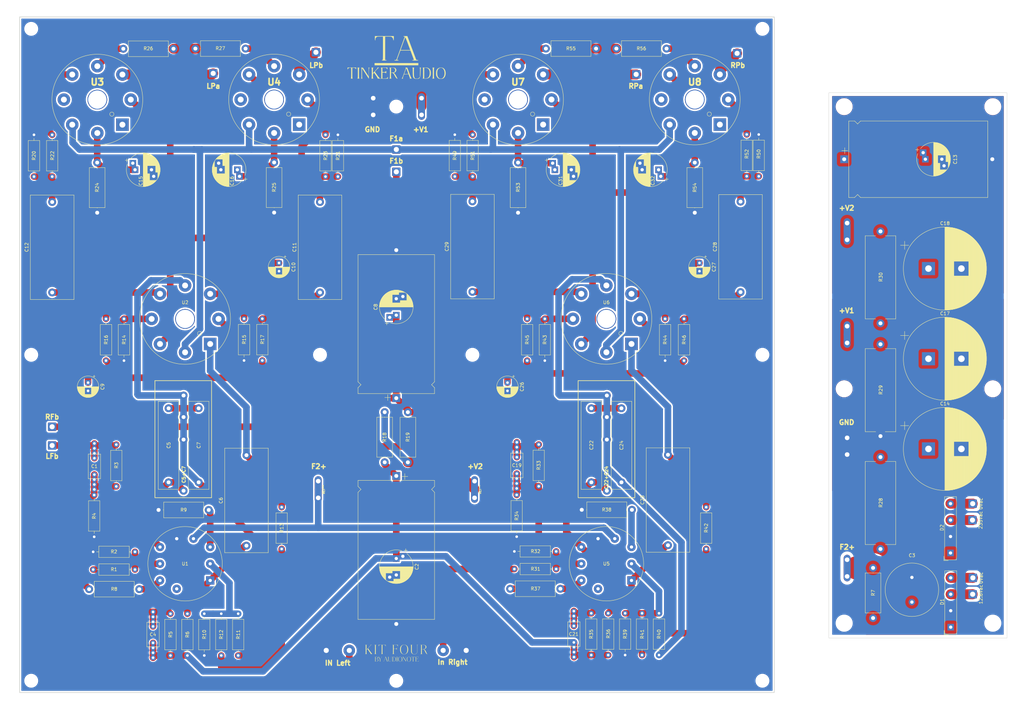
<source format=kicad_pcb>
(kicad_pcb (version 20211014) (generator pcbnew)
  (layers (0 "F.Cu" signal) (31 "B.Cu" signal) (34 "B.Paste" user) (35 "F.Paste" user) (36 "B.SilkS" user "B.Silkscreen") (37 "F.SilkS" user "F.Silkscreen") (38 "B.Mask" user) (39 "F.Mask" user) (44 "Edge.Cuts" user))
  (net 0 "")
  (net 1 "LFb")
  (net 2 "Net-(C1-Pad2)")
  (net 3 "+V3")
  (net 4 "+V4")
  (net 5 "Net-(C3-Pad1)")
  (net 6 "Net-(C4-Pad2)")
  (net 7 "Net-(C5-Pad2)")
  (net 8 "Net-(C6-Pad1)")
  (net 9 "Net-(C6-Pad2)")
  (net 10 "Net-(C7-Pad2)")
  (net 11 "GND")
  (net 12 "Net-(C9-Pad1)")
  (net 13 "Net-(C10-Pad1)")
  (net 14 "Net-(C11-Pad1)")
  (net 15 "Net-(C11-Pad2)")
  (net 16 "Net-(C12-Pad1)")
  (net 17 "Net-(C12-Pad2)")
  (net 18 "+V2")
  (net 19 "Net-(C14-Pad1)")
  (net 20 "Net-(C15-Pad1)")
  (net 21 "Net-(C16-Pad1)")
  (net 22 "+V1")
  (net 23 "RFb")
  (net 24 "Net-(C19-Pad2)")
  (net 25 "Net-(C21-Pad2)")
  (net 26 "Net-(C22-Pad2)")
  (net 27 "Net-(C23-Pad1)")
  (net 28 "Net-(C23-Pad2)")
  (net 29 "Net-(C24-Pad2)")
  (net 30 "Net-(C26-Pad1)")
  (net 31 "Net-(C27-Pad1)")
  (net 32 "Net-(C28-Pad1)")
  (net 33 "Net-(C28-Pad2)")
  (net 34 "Net-(C29-Pad1)")
  (net 35 "Net-(C29-Pad2)")
  (net 36 "Net-(C31-Pad1)")
  (net 37 "Net-(C32-Pad1)")
  (net 38 "Net-(D1-Pad4)")
  (net 39 "Net-(D1-Pad3)")
  (net 40 "Net-(D2-Pad4)")
  (net 41 "Net-(D2-Pad3)")
  (net 42 "F1a")
  (net 43 "F1b")
  (net 44 "LPa")
  (net 45 "LPb")
  (net 46 "RPa")
  (net 47 "RPb")
  (net 48 "Net-(R1-Pad1)")
  (net 49 "Net-(R1-Pad2)")
  (net 50 "F2+")
  (net 51 "Net-(R8-Pad2)")
  (net 52 "Net-(R9-Pad1)")
  (net 53 "Net-(R10-Pad1)")
  (net 54 "Net-(R12-Pad1)")
  (net 55 "Net-(R22-Pad2)")
  (net 56 "Net-(R23-Pad1)")
  (net 57 "Net-(R26-Pad1)")
  (net 58 "Net-(R27-Pad2)")
  (net 59 "Net-(R31-Pad1)")
  (net 60 "Net-(R31-Pad2)")
  (net 61 "Net-(R37-Pad2)")
  (net 62 "Net-(R38-Pad1)")
  (net 63 "Net-(R39-Pad1)")
  (net 64 "Net-(R41-Pad1)")
  (net 65 "Net-(R51-Pad2)")
  (net 66 "Net-(R52-Pad1)")
  (net 67 "Net-(R55-Pad1)")
  (net 68 "Net-(R56-Pad2)")
  (footprint "Resistor_THT:R_Axial_DIN0309_L9.0mm_D3.2mm_P12.70mm_Horizontal" (layer "F.Cu") (at 229.793149 215.29 -90)
    (fp_text reference "R35")
    (fp_text value "47K")
  )
  (footprint "MountingHole:MountingHole_3.2mm_M3" (layer "F.Cu") (at 281.78 235.8)
    (fp_text reference "REF**" hide)
    (fp_text value "MountingHole_3.2mm_M3")
  )
  (footprint "Resistor_THT:R_Axial_DIN0309_L9.0mm_D3.2mm_P12.70mm_Horizontal" (layer "F.Cu") (at 60.51 69.85 -90)
    (fp_text reference "R20")
    (fp_text value "270K")
  )
  (footprint "" (layer "F.Cu") (at 96.677205 228.79)
    (fp_text reference "6" hide)
    (fp_text value "")
  )
  (footprint "" (layer "F.Cu") (at 224.50059 216.131181)
    (fp_text reference "1" hide)
    (fp_text value "")
  )
  (footprint "Capacitor_THT:CP_Radial_D10.0mm_P5.00mm_P7.50mm" (layer "F.Cu") (at 91.201072 80.47)
    (fp_text reference "C15")
    (fp_text value "220uf")
  )
  (footprint "" (layer "F.Cu") (at 78.86 165.16)
    (fp_text reference "")
    (fp_text value "")
  )
  (footprint "MountingHole:MountingHole_3.2mm_M3" (layer "F.Cu") (at 193.684892 136.72)
    (fp_text reference "REF**" hide)
    (fp_text value "MountingHole_3.2mm_M3")
  )
  (footprint "Resistor_THT:R_Axial_Power_L25.0mm_W9.0mm_P27.94mm" (layer "F.Cu") (at 317.641524 127.141524 90)
    (fp_text reference "R30")
    (fp_text value "1K")
  )
  (footprint "Resistor_THT:R_Axial_DIN0414_L11.9mm_D4.5mm_P15.24mm_Horizontal" (layer "F.Cu") (at 207.55 93.53 90)
    (fp_text reference "R53")
    (fp_text value "560R")
  )
  (footprint "" (layer "F.Cu") (at 224.50059 217.631181)
    (fp_text reference "2" hide)
    (fp_text value "")
  )
  (footprint "Resistor_THT:R_Axial_DIN0414_L11.9mm_D4.5mm_P15.24mm_Horizontal" (layer "F.Cu") (at 205.16 207.84)
    (fp_text reference "R37")
    (fp_text value "2K2")
  )
  (footprint "" (layer "F.Cu") (at 78.86 166.66)
    (fp_text reference "")
    (fp_text value "")
  )
  (footprint "Resistor_THT:R_Axial_DIN0309_L9.0mm_D3.2mm_P12.70mm_Horizontal" (layer "F.Cu") (at 135.75 183.04 -90)
    (fp_text reference "R13")
    (fp_text value "22K")
  )
  (footprint "Resistor_THT:R_Axial_DIN0309_L9.0mm_D3.2mm_P12.70mm_Horizontal" (layer "F.Cu") (at 207.132957 192.006184 90)
    (fp_text reference "R34")
    (fp_text value "100R")
  )
  (footprint "Custom Library:Spade Conector 6.3mm TE_1217861" (layer "F.Cu") (at 178.237705 61.250441 90)
    (fp_text reference "REF**" hide)
    (fp_text value "CONN_8191_KEY" hide)
  )
  (footprint "Resistor_THT:R_Axial_DIN0414_L11.9mm_D4.5mm_P15.24mm_Horizontal" (layer "F.Cu") (at 87.64864 43.693914)
    (fp_text reference "R26")
    (fp_text value "100R")
  )
  (footprint "MountingHole:MountingHole_3.2mm_M3" (layer "F.Cu") (at 147.389381 136.72)
    (fp_text reference "REF**" hide)
    (fp_text value "MountingHole_3.2mm_M3")
  )
  (footprint "Capacitor_THT:C_Rect_L31.5mm_W13.0mm_P27.50mm_MKS4" (layer "F.Cu") (at 66.039337 117.774579 90)
    (fp_text reference "C12")
    (fp_text value "0.47uf")
  )
  (footprint "Capacitor_THT:C_Radial_D16.0mm_H31.5mm_P7.50mm" (layer "F.Cu") (at 327.184833 211.89 90)
    (fp_text reference "C3")
    (fp_text value "4700uf/16V")
  )
  (footprint "" (layer "F.Cu") (at 105.95 155.65)
    (fp_text reference "")
    (fp_text value "")
  )
  (footprint "Connector_Wire:SolderWire-0.75sqmm_1x01_D1.25mm_OD2.3mm" (layer "F.Cu") (at 66.02 158.590687)
    (fp_text reference "RFb")
    (fp_text value "TX2c")
  )
  (footprint "" (layer "F.Cu") (at 78.86 163.66)
    (fp_text reference "")
    (fp_text value "")
  )
  (footprint "Valve:Valve_Octal" (layer "F.Cu") (at 87.373555 66.766499)
    (fp_text reference "U3")
    (fp_text value "6V6")
  )
  (footprint "Capacitor_THT:CP_Radial_D25.0mm_P10.00mm_SnapIn" (layer "F.Cu") (at 332.217714 137.921524)
    (fp_text reference "C17")
    (fp_text value "220uf")
  )
  (footprint "MountingHole:MountingHole_3.2mm_M3" (layer "F.Cu") (at 306.61 218.3)
    (fp_text reference "REF**" hide)
    (fp_text value "MountingHole_3.2mm_M3")
  )
  (footprint "Connector_Wire:SolderWire-0.75sqmm_1x01_D1.25mm_OD2.3mm" (layer "F.Cu") (at 170.576 74.31)
    (fp_text reference "F1a")
    (fp_text value "6.3Vac ")
  )
  (footprint "Capacitor_THT:CP_Axial_L42.0mm_D23.0mm_P45.00mm_Horizontal" (layer "F.Cu") (at 170.56 149.9 90)
    (fp_text reference "REF**" hide)
    (fp_text value "CP_Axial_L42.0mm_D23.0mm_P45.00mm_Horizontal")
  )
  (footprint "Valve:Valve_Noval_P" (layer "F.Cu") (at 114.03 205.316894)
    (fp_text reference "U1")
    (fp_text value "ECC83")
  )
  (footprint "Resistor_THT:R_Axial_DIN0309_L9.0mm_D3.2mm_P12.70mm_Horizontal" (layer "F.Cu") (at 117.397441 228.12 90)
    (fp_text reference "R12")
    (fp_text value "270K")
  )
  (footprint "" (layer "F.Cu") (at 224.50059 214.631181)
    (fp_text reference "")
    (fp_text value "")
  )
  (footprint "" (layer "F.Cu") (at 224.55 227.1)
    (fp_text reference "3" hide)
    (fp_text value "")
  )
  (footprint "MountingHole:MountingHole_3.2mm_M3" (layer "F.Cu") (at 59.67 235.8)
    (fp_text reference "REF**" hide)
    (fp_text value "MountingHole_3.2mm_M3")
  )
  (footprint "Resistor_THT:R_Axial_DIN0414_L11.9mm_D4.5mm_P15.24mm_Horizontal" (layer "F.Cu") (at 109.540096 43.643914)
    (fp_text reference "R27")
    (fp_text value "100R")
  )
  (footprint "Resistor_THT:R_Axial_DIN0309_L9.0mm_D3.2mm_P12.70mm_Horizontal" (layer "F.Cu") (at 85.51 176.72 90)
    (fp_text reference "R3")
    (fp_text value "6k8")
  )
  (footprint "Resistor_THT:R_Axial_DIN0309_L9.0mm_D3.2mm_P12.70mm_Horizontal" (layer "F.Cu") (at 152.83 82.55 90)
    (fp_text reference "R21")
    (fp_text value "270K")
  )
  (footprint "Connector_Wire:SolderWire-0.75sqmm_1x01_D1.25mm_OD2.3mm" (layer "F.Cu") (at 170.576 81.101867)
    (fp_text reference "F1b")
    (fp_text value "0Vac ")
  )
  (footprint "Resistor_THT:R_Axial_DIN0309_L9.0mm_D3.2mm_P12.70mm_Horizontal" (layer "F.Cu") (at 87.85 125.79 -90)
    (fp_text reference "R14")
    (fp_text value "1K")
  )
  (footprint "" (layer "F.Cu") (at 96.677205 216.379483)
    (fp_text reference "7" hide)
    (fp_text value "")
  )
  (footprint "Resistor_THT:R_Axial_DIN0309_L9.0mm_D3.2mm_P12.70mm_Horizontal" (layer "F.Cu") (at 66.04 82.55 90)
    (fp_text reference "R22")
    (fp_text value "4K7")
  )
  (footprint "MountingHole:MountingHole_3.2mm_M3" (layer "F.Cu") (at 59.67 136.72)
    (fp_text reference "REF**" hide)
    (fp_text value "MountingHole_3.2mm_M3")
  )
  (footprint "Connector_Wire:SolderWire-0.75sqmm_1x01_D1.25mm_OD2.3mm" (layer "F.Cu") (at 274.091039 45.08)
    (fp_text reference "J12" hide)
    (fp_text value "TX2b")
  )
  (footprint "Connector_Wire:SolderWire-0.75sqmm_1x01_D1.25mm_OD2.3mm" (layer "F.Cu") (at 114.948544 51.17)
    (fp_text reference "J9" hide)
    (fp_text value "TX1a")
  )
  (footprint "Resistor_THT:R_Axial_DIN0309_L9.0mm_D3.2mm_P12.70mm_Horizontal" (layer "F.Cu") (at 78.801979 192.046184 90)
    (fp_text reference "R4")
    (fp_text value "100R")
  )
  (footprint "Custom Library:Spade Conector 6.3mm TE_1217861" (layer "F.Cu") (at 194.34 177.66 -90)
    (fp_text reference "REF**")
    (fp_text value "CONN_8191_KEY" hide)
  )
  (footprint "Capacitor_THT:C_Rect_L7.2mm_W3.5mm_P5.00mm_FKS2_FKP2_MKS2_MKP2" (layer "F.Cu") (at 78.86 168.14 -90)
    (fp_text reference "C1")
    (fp_text value "560pf")
  )
  (footprint "Resistor_THT:R_Axial_DIN0414_L11.9mm_D4.5mm_P15.24mm_Horizontal" (layer "F.Cu") (at 79.710555 93.53 90)
    (fp_text reference "R24")
    (fp_text value "560R")
  )
  (footprint "" (layer "F.Cu") (at 234.520212 155.65)
    (fp_text reference "")
    (fp_text value "")
  )
  (footprint "Valve:Valve_Octal" (layer "F.Cu") (at 141.071899 66.75)
    (fp_text reference "U4")
    (fp_text value "6V6")
  )
  (footprint "Connector_Wire:SolderWire-0.75sqmm_1x01_D1.25mm_OD2.3mm" (layer "F.Cu") (at 345.58 186.96 90)
    (fp_text reference "J4" hide)
    (fp_text value "235Vac")
  )
  (footprint "Resistor_THT:R_Axial_DIN0309_L9.0mm_D3.2mm_P12.70mm_Horizontal" (layer "F.Cu") (at 206.43 196.488141)
    (fp_text reference "R32")
    (fp_text value "270K")
  )
  (footprint "Capacitor_THT:CP_Radial_D10.0mm_P5.00mm_P7.50mm" (layer "F.Cu") (at 218.728198 80.47)
    (fp_text reference "C31")
    (fp_text value "220uf")
  )
  (footprint "Resistor_THT:R_Axial_DIN0309_L9.0mm_D3.2mm_P12.70mm_Horizontal" (layer "F.Cu") (at 280.664958 82.46 90)
    (fp_text reference "R50")
    (fp_text value "270K")
  )
  (footprint "Custom Library:Spade Conector 6.3mm TE_1217861" (layer "F.Cu") (at 307.512562 130.562728 90)
    (fp_text reference "REF**" hide)
    (fp_text value "CONN_8191_KEY" hide)
  )
  (footprint "Resistor_THT:R_Axial_DIN0414_L11.9mm_D4.5mm_P15.24mm_Horizontal" (layer "F.Cu") (at 242.140212 183.84 180)
    (fp_text reference "R38")
    (fp_text value "2K2")
  )
  (footprint "Resistor_THT:R_Axial_DIN0309_L9.0mm_D3.2mm_P12.70mm_Horizontal" (layer "F.Cu") (at 210.32 125.79 -90)
    (fp_text reference "R45")
    (fp_text value "47K")
  )
  (footprint "Resistor_THT:R_Axial_DIN0414_L11.9mm_D4.5mm_P15.24mm_Horizontal" (layer "F.Cu") (at 113.59 183.88 180)
    (fp_text reference "R9")
    (fp_text value "2K2")
  )
  (footprint "Resistor_THT:R_Axial_DIN0309_L9.0mm_D3.2mm_P12.70mm_Horizontal" (layer "F.Cu") (at 257.962382 138.49 90)
    (fp_text reference "R46")
    (fp_text value "47K")
  )
  (footprint "Resistor_THT:R_Axial_DIN0309_L9.0mm_D3.2mm_P12.70mm_Horizontal" (layer "F.Cu") (at 124.317802 138.45 90)
    (fp_text reference "R15")
    (fp_text value "1K")
  )
  (footprint "Capacitor_THT:CP_Radial_D10.0mm_P5.00mm_P7.50mm" (layer "F.Cu") (at 122.275052 80.47 180)
    (fp_text reference "C16")
    (fp_text value "220uf")
  )
  (footprint "" (layer "F.Cu") (at 105.95 162.49)
    (fp_text reference "")
    (fp_text value "")
  )
  (footprint "Capacitor_THT:CP_Radial_D10.0mm_P5.00mm_P7.50mm" (layer "F.Cu") (at 170.56 124.6704 90)
    (fp_text reference "C8")
    (fp_text value "33uf")
  )
  (footprint "MountingHole:MountingHole_3.2mm_M3" (layer "F.Cu") (at 170.56 235.82)
    (fp_text reference "REF**" hide)
    (fp_text value "MountingHole_3.2mm_M3")
  )
  (footprint "Resistor_THT:R_Axial_DIN0309_L9.0mm_D3.2mm_P12.70mm_Horizontal" (layer "F.Cu") (at 234.935708 227.99 90)
    (fp_text reference "R36")
    (fp_text value "47K")
  )
  (footprint "Capacitor_THT:C_Rect_L26.5mm_W6.0mm_P22.50mm_MKS4" (layer "F.Cu") (at 229.818408 175.48 90)
    (fp_text reference "C22")
    (fp_text value "0.1uf")
  )
  (footprint "Capacitor_THT:CP_Radial_D10.0mm_P5.00mm_P7.50mm" (layer "F.Cu") (at 250.242861 80.47 180)
    (fp_text reference "C32")
    (fp_text value "220uf")
  )
  (footprint "Resistor_THT:R_Axial_DIN0309_L9.0mm_D3.2mm_P12.70mm_Horizontal" (layer "F.Cu") (at 213.83 176.69 90)
    (fp_text reference "R33")
    (fp_text value "6k8")
  )
  (footprint "Resistor_THT:R_Axial_DIN0309_L9.0mm_D3.2mm_P12.70mm_Horizontal" (layer "F.Cu") (at 112.24 215.42 -90)
    (fp_text reference "R10")
    (fp_text value "270K")
  )
  (footprint "" (layer "F.Cu") (at 234.520212 149.09)
    (fp_text reference "")
    (fp_text value "")
  )
  (footprint "" (layer "F.Cu") (at 207.18 163.31)
    (fp_text reference "")
    (fp_text value "")
  )
  (footprint "Capacitor_THT:CP_Radial_D6.3mm_P2.50mm" (layer "F.Cu") (at 204.339529 145.178551 -90)
    (fp_text reference "C26")
    (fp_text value "100uf")
  )
  (footprint "Resistor_THT:R_Axial_DIN0414_L11.9mm_D4.5mm_P15.24mm_Horizontal" (layer "F.Cu") (at 237.416753 43.643914)
    (fp_text reference "R56")
    (fp_text value "100R")
  )
  (footprint "Connector_Wire:SolderWire-0.75sqmm_1x01_D1.25mm_OD2.3mm" (layer "F.Cu") (at 66.02 164.290687 -90)
    (fp_text reference "LFb")
    (fp_text value "TX1c")
  )
  (footprint "MountingHole:MountingHole_3.2mm_M3" (layer "F.Cu") (at 281.78 136.72)
    (fp_text reference "REF**" hide)
    (fp_text value "MountingHole_3.2mm_M3")
  )
  (footprint "Resistor_THT:R_Axial_DIN0309_L9.0mm_D3.2mm_P12.70mm_Horizontal" (layer "F.Cu") (at 78.49 196.612166)
    (fp_text reference "R2")
    (fp_text value "270K")
  )
  (footprint "" (layer "F.Cu") (at 224.55 228.6)
    (fp_text reference "4" hide)
    (fp_text value "")
  )
  (footprint "Capacitor_THT:C_Rect_L7.2mm_W3.5mm_P5.00mm_FKS2_FKP2_MKS2_MKP2" (layer "F.Cu") (at 96.677205 224.28 90)
    (fp_text reference "C4")
    (fp_text value "820pf")
  )
  (footprint "Diode_THT:Diode_Bridge_19.0x3.5x10.0mm_P5.0mm" (layer "F.Cu") (at 338.974833 219.51 90)
    (fp_text reference "D1")
    (fp_text value "Bridge")
  )
  (footprint "Capacitor_THT:CP_Radial_D10.0mm_P5.00mm_P7.50mm" (layer "F.Cu") (at 331.277323 77.27)
    (fp_text reference "C13")
    (fp_text value "33uf")
  )
  (footprint "" (layer "F.Cu") (at 96.677205 227.29)
    (fp_text reference "5" hide)
    (fp_text value "")
  )
  (footprint "Capacitor_THT:CP_Radial_D10.0mm_P5.00mm_P7.50mm" (layer "F.Cu") (at 170.56 198.635757 -90)
    (fp_text reference "C2")
    (fp_text value "33uf")
  )
  (footprint "Resistor_THT:R_Axial_DIN0309_L9.0mm_D3.2mm_P12.70mm_Horizontal" (layer "F.Cu") (at 245.220826 227.99 90)
    (fp_text reference "R41")
    (fp_text value "270K")
  )
  (footprint "" (layer "F.Cu") (at 224.55 225.6)
    (fp_text reference "")
    (fp_text value "")
  )
  (footprint "Resistor_THT:R_Axial_DIN0414_L11.9mm_D4.5mm_P15.24mm_Horizontal" (layer "F.Cu") (at 261.23 93.53 90)
    (fp_text reference "R54")
    (fp_text value "560R")
  )
  (footprint "Capacitor_THT:CP_Radial_D25.0mm_P10.00mm_SnapIn" (layer "F.Cu") (at 332.217714 165.331524)
    (fp_text reference "C14")
    (fp_text value "220uf")
  )
  (footprint "Capacitor_THT:C_Rect_L31.5mm_W13.0mm_P27.50mm_MKS4" (layer "F.Cu") (at 147.389381 117.774579 90)
    (fp_text reference "C11")
    (fp_text value "0.47uf")
  )
  (footprint "" (layer "F.Cu") (at 234.520212 162.49)
    (fp_text reference "")
    (fp_text value "")
  )
  (footprint "MountingHole:MountingHole_3.2mm_M3" (layer "F.Cu") (at 306.61 61.29)
    (fp_text reference "REF**" hide)
    (fp_text value "MountingHole_3.2mm_M3")
  )
  (footprint "Valve:Valve_Noval_P" (layer "F.Cu") (at 242.008408 205.306894)
    (fp_text reference "U5")
    (fp_text value "ECC83")
  )
  (footprint "" (layer "F.Cu") (at 96.677205 214.879483)
    (fp_text reference "")
    (fp_text value "")
  )
  (footprint "Custom Library:Spade Conector 6.3mm TE_1217861" (layer "F.Cu") (at 307.512562 99.217528 90)
    (fp_text reference "REF**" hide)
    (fp_text value "CONN_8191_KEY" hide)
  )
  (footprint "Resistor_THT:R_Axial_DIN0309_L9.0mm_D3.2mm_P12.70mm_Horizontal" (layer "F.Cu") (at 240.078267 215.29 -90)
    (fp_text reference "R39")
    (fp_text value "270K")
  )
  (footprint "Capacitor_THT:C_Rect_L31.5mm_W13.0mm_P27.50mm_MKS4" (layer "F.Cu") (at 275.134737 117.66 90)
    (fp_text reference "C28")
    (fp_text value "0.47uf")
  )
  (footprint "Resistor_THT:R_Axial_DIN0414_L11.9mm_D4.5mm_P15.24mm_Horizontal" (layer "F.Cu") (at 216.009124 43.643914)
    (fp_text reference "R55")
    (fp_text value "100R")
  )
  (footprint "Resistor_THT:R_Axial_DIN0414_L11.9mm_D4.5mm_P15.24mm_Horizontal" (layer "F.Cu") (at 315.391524 216.741524 90)
    (fp_text reference "R7")
    (fp_text value "1R/2.5W")
  )
  (footprint "Resistor_THT:R_Axial_DIN0309_L9.0mm_D3.2mm_P12.70mm_Horizontal" (layer "F.Cu") (at 252.222382 138.49 90)
    (fp_text reference "R44")
    (fp_text value "1K")
  )
  (footprint "Diode_THT:Diode_Bridge_19.0x3.5x10.0mm_P5.0mm" (layer "F.Cu") (at 338.915399 196.961524 90)
    (fp_text reference "D2")
    (fp_text value "Bridge")
  )
  (footprint "" (layer "F.Cu") (at 207.14 174.34)
    (fp_text reference "")
    (fp_text value "")
  )
  (footprint "Capacitor_THT:C_Rect_L26.5mm_W6.0mm_P22.50mm_MKS4" (layer "F.Cu") (at 101.4 175.48 90)
    (fp_text reference "C5")
    (fp_text value "0.1uf")
  )
  (footprint "Valve:Valve_Octal" (layer "F.Cu") (at 215.17 66.74)
    (fp_text reference "U7")
    (fp_text value "6V6")
  )
  (footprint "" (layer "F.Cu") (at 78.84 174.65)
    (fp_text reference "")
    (fp_text value "")
  )
  (footprint "Connector_Wire:SolderWire-0.75sqmm_1x01_D1.25mm_OD2.3mm" (layer "F.Cu") (at 345.709434 204.518476 90)
    (fp_text reference "J3" hide)
    (fp_text value "0Vac")
  )
  (footprint "" (layer "F.Cu") (at 78.84 176.15)
    (fp_text reference "9" hide)
    (fp_text value "")
  )
  (footprint "Capacitor_THT:CP_Radial_D6.3mm_P2.50mm" (layer "F.Cu") (at 134.945847 108.803959 -90)
    (fp_text reference "C10")
    (fp_text value "100uf")
  )
  (footprint "" (layer "F.Cu") (at 96.677205 225.79)
    (fp_text reference "")
    (fp_text value "")
  )
  (footprint "Capacitor_THT:CP_Radial_D25.0mm_P10.00mm_SnapIn" (layer "F.Cu") (at 332.217714 110.511524)
    (fp_text reference "C18")
    (fp_text value "220uf")
  )
  (footprint "" (layer "F.Cu") (at 207.14 177.34)
    (fp_text reference "")
    (fp_text value "")
  )
  (footprint "Connector_Wire:SolderWire-0.75sqmm_1x01_D1.25mm_OD2.3mm" (layer "F.Cu") (at 345.639434 209.508476 90)
    (fp_text reference "J2" hide)
    (fp_text value "12.6Vac")
  )
  (footprint "MountingHole:MountingHole_3.2mm_M3" (layer "F.Cu") (at 351.76 147.06)
    (fp_text reference "REF**" hide)
    (fp_text value "MountingHole_3.2mm_M3")
  )
  (footprint "Capacitor_THT:C_Rect_L26.5mm_W6.0mm_P22.50mm_MKS4" (layer "F.Cu") (at 110.54 152.98 -90)
    (fp_text reference "C7")
    (fp_text value "0.1uf")
  )
  (footprint "Capacitor_THT:C_Rect_L31.5mm_W13.0mm_P27.50mm_MKS4" (layer "F.Cu") (at 193.684892 117.58 90)
    (fp_text reference "C29")
    (fp_text value "0.47uf")
  )
  (footprint "Resistor_THT:R_Axial_DIN0309_L9.0mm_D3.2mm_P12.70mm_Horizontal" (layer "F.Cu") (at 129.87 138.45 90)
    (fp_text reference "R17")
    (fp_text value "47K")
  )
  (footprint "Resistor_THT:R_Axial_Power_L25.0mm_W9.0mm_P27.94mm" (layer "F.Cu") (at 317.641524 161.446018 90)
    (fp_text reference "R29")
    (fp_text value "470K")
  )
  (footprint "Connector_Wire:SolderWire-0.75sqmm_1x01_D1.25mm_OD2.3mm" (layer "F.Cu") (at 146.151135 44.76)
    (fp_text reference "J10" hide)
    (fp_text value "TX1b")
  )
  (footprint "Capacitor_THT:C_Rect_L7.2mm_W3.5mm_P5.00mm_FKS2_FKP2_MKS2_MKP2" (layer "F.Cu") (at 224.50059 224.14 90)
    (fp_text reference "C21")
    (fp_text value "820pf")
  )
  (footprint "MountingHole:MountingHole_3.2mm_M3" (layer "F.Cu") (at 170.56 61.27)
    (fp_text reference "REF**" hide)
    (fp_text value "MountingHole_3.2mm_M3")
  )
  (footprint "Capacitor_THT:CP_Axial_L42.0mm_D23.0mm_P45.00mm_Horizontal" (layer "F.Cu") (at 170.56 173.54 -90)
    (fp_text reference "REF**" hide)
    (fp_text value "CP_Axial_L42.0mm_D23.0mm_P45.00mm_Horizontal")
  )
  (footprint "Resistor_THT:R_Axial_DIN0309_L9.0mm_D3.2mm_P12.70mm_Horizontal" (layer "F.Cu") (at 193.758643 82.52 90)
    (fp_text reference "R51")
    (fp_text value "4K7")
  )
  (footprint "Capacitor_THT:CP_Radial_D6.3mm_P2.50mm" (layer "F.Cu") (at 76.936617 145.178551 -90)
    (fp_text reference "C9")
    (fp_text value "100uf")
  )
  (footprint "MountingHole:MountingHole_3.2mm_M3" (layer "F.Cu") (at 351.76 218.3)
    (fp_text reference "REF**" hide)
    (fp_text value "MountingHole_3.2mm_M3")
  )
  (footprint "Custom Library:Kit 4 Silk" (layer "F.Cu") (at 170.64 227.064851)
    (fp_text reference "G***" hide)
    (fp_text value "LOGO" hide)
  )
  (footprint "Resistor_THT:R_Axial_DIN0309_L9.0mm_D3.2mm_P12.70mm_Horizontal" (layer "F.Cu") (at 206.43 201.83907)
    (fp_text reference "R31")
    (fp_text value "4K7")
  )
  (footprint "" (layer "F.Cu") (at 207.14 175.84)
    (fp_text reference "")
    (fp_text value "")
  )
  (footprint "Resistor_THT:R_Axial_DIN0414_L11.9mm_D4.5mm_P15.24mm_Horizontal" (layer "F.Cu") (at 174.08 169.400163 90)
    (fp_text reference "R19")
    (fp_text value "2K2")
  )
  (footprint "Connector_Wire:SolderWire-0.75sqmm_1x01_D1.25mm_OD2.3mm" (layer "F.Cu") (at 243.429904 51.47)
    (fp_text reference "J11" hide)
    (fp_text value "TX2a")
  )
  (footprint "Capacitor_THT:C_Rect_L31.5mm_W13.0mm_P27.50mm_MKS4" (layer "F.Cu") (at 125.05 194.74 90)
    (fp_text reference "C6")
    (fp_text value "0.47uf")
  )
  (footprint "" (layer "F.Cu") (at 78.84 177.65)
    (fp_text reference "10" hide)
    (fp_text value "")
  )
  (footprint "Custom Library:Spade Conector 6.3mm TE_1217861" (layer "F.Cu") (at 307.512562 164.502728 90)
    (fp_text reference "REF**" hide)
    (fp_text value "CONN_8191_KEY" hide)
  )
  (footprint "Connector_Wire:SolderWire-0.75sqmm_1x02_P7mm_D1.25mm_OD3.5mm" (layer "F.Cu") (at 191.8 226.57993 180)
    (fp_text reference "In Right ")
    (fp_text value "In_Right")
  )
  (footprint "Custom Library:Tinker LOGO  3mm" (layer "F.Cu") (at 170.66 46.35)
    (fp_text reference "G***" hide)
    (fp_text value "LOGO" hide)
  )
  (footprint "Custom Library:Spade Conector 6.3mm TE_1217861" (layer "F.Cu") (at 163.552144 61.250441 90)
    (fp_text reference "REF**" hide)
    (fp_text value "CONN_8191_KEY" hide)
  )
  (footprint "Resistor_THT:R_Axial_DIN0309_L9.0mm_D3.2mm_P12.70mm_Horizontal" (layer "F.Cu") (at 101.969764 215.43 -90)
    (fp_text reference "R5")
    (fp_text value "47K")
  )
  (footprint "Custom Library:Spade Conector 6.3mm TE_1217861" (layer "F.Cu") (at 307.51 201.546069 90)
    (fp_text reference "REF**" hide)
    (fp_text value "CONN_8191_KEY" hide)
  )
  (footprint "Valve:Valve_Octal" (layer "F.Cu") (at 268.85 66.74)
    (fp_text reference "U8")
    (fp_text value "6V6")
  )
  (footprint "" (layer "F.Cu") (at 207.18 166.31)
    (fp_text reference "")
    (fp_text value "")
  )
  (footprint "Resistor_THT:R_Axial_DIN0309_L9.0mm_D3.2mm_P12.70mm_Horizontal" (layer "F.Cu") (at 82.384758 125.789615 -90)
    (fp_text reference "R16")
    (fp_text value "47K")
  )
  (footprint "Capacitor_THT:C_Rect_L26.5mm_W6.0mm_P22.50mm_MKS4" (layer "F.Cu") (at 238.958408 152.98 -90)
    (fp_text reference "C24")
    (fp_text value "0.1uf")
  )
  (footprint "MountingHole:MountingHole_3.2mm_M3" (layer "F.Cu") (at 351.76 61.29)
    (fp_text reference "REF**" hide)
    (fp_text value "MountingHole_3.2mm_M3")
  )
  (footprint "" (layer "F.Cu") (at 96.677205 217.879483)
    (fp_text reference "8" hide)
    (fp_text value "")
  )
  (footprint "Resistor_THT:R_Axial_DIN0309_L9.0mm_D3.2mm_P12.70mm_Horizontal" (layer "F.Cu") (at 264.7 183.04 -90)
    (fp_text reference "R42")
    (fp_text value "22K")
  )
  (footprint "Valve:Valve_Octal" (layer "F.Cu") (at 114.03 133.428979)
    (fp_text reference "U2")
    (fp_text value "6SN7")
  )
  (footprint "Resistor_THT:R_Axial_DIN0309_L9.0mm_D3.2mm_P12.70mm_Horizontal" (layer "F.Cu") (at 277.010035 69.74 -90)
    (fp_text reference "R52")
    (fp_text value "4K7")
  )
  (footprint "" (layer "F.Cu") (at 207.18 164.81)
    (fp_text reference "")
    (fp_text value "")
  )
  (footprint "Resistor_THT:R_Axial_DIN0309_L9.0mm_D3.2mm_P12.70mm_Horizontal" (layer "F.Cu") (at 188.342004 69.82 -90)
    (fp_text reference "R49")
    (fp_text value "270K")
  )
  (footprint "" (layer "F.Cu") (at 105.95 178.04)
    (fp_text reference "")
    (fp_text value "")
  )
  (footprint "Resistor_THT:R_Axial_DIN0309_L9.0mm_D3.2mm_P12.70mm_Horizontal" (layer "F.Cu") (at 78.49 202.002975)
    (fp_text reference "R1")
    (fp_text value "4K7")
  )
  (footprint "Resistor_THT:R_Axial_DIN0309_L9.0mm_D3.2mm_P12.70mm_Horizontal" (layer "F.Cu") (at 215.68 125.79 -90)
    (fp_text reference "R43")
    (fp_text value "1K")
  )
  (footprint "Valve:Valve_Octal" (layer "F.Cu") (at 242.008408 133.418979)
    (fp_text reference "U6")
    (fp_text value "6SN7")
  )
  (footprint "Resistor_THT:R_Axial_DIN0414_L11.9mm_D4.5mm_P15.24mm_Horizontal" (layer "F.Cu") (at 77.26 207.964025)
    (fp_text reference "R8")
    (fp_text value "2K2")
  )
  (footprint "Resistor_THT:R_Axial_DIN0309_L9.0mm_D3.2mm_P12.70mm_Horizontal" (layer "F.Cu") (at 122.54 215.42 -90)
    (fp_text reference "R11")
    (fp_text value "220K")
  )
  (footprint "Capacitor_THT:CP_Radial_D6.3mm_P2.50mm" (layer "F.Cu") (at 262.66 108.803959 -90)
    (fp_text reference "C27")
    (fp_text value "100uf")
  )
  (footprint "MountingHole:MountingHole_3.2mm_M3" (layer "F.Cu") (at 306.61 147.06)
    (fp_text reference "REF**" hide)
    (fp_text value "MountingHole_3.2mm_M3")
  )
  (footprint "Connector_Wire:SolderWire-0.75sqmm_1x01_D1.25mm_OD2.3mm" (layer "F.Cu") (at 345.65 181.97 90)
    (fp_text reference "J5" hide)
    (fp_text value "0Vac")
  )
  (footprint "" (layer "F.Cu") (at 105.95 149.09)
    (fp_text reference "")
    (fp_text value "")
  )
  (footprint "Resistor_THT:R_Axial_DIN0414_L11.9mm_D4.5mm_P15.24mm_Horizontal" (layer "F.Cu") (at 167.04 154.15 -90)
    (fp_text reference "R18")
    (fp_text value "2K2")
  )
  (footprint "Resistor_THT:R_Axial_DIN0309_L9.0mm_D3.2mm_P12.70mm_Horizontal" (layer "F.Cu") (at 250.363385 215.29 -90)
    (fp_text reference "R40")
    (fp_text value "220K")
  )
  (footprint "Resistor_THT:R_Axial_DIN0309_L9.0mm_D3.2mm_P12.70mm_Horizontal" (layer "F.Cu") (at 149.065427 69.85 -90)
    (fp_text reference "R23")
    (fp_text value "4K7")
  )
  (footprint "Resistor_THT:R_Axial_Power_L25.0mm_W9.0mm_P27.94mm" (layer "F.Cu") (at 317.641524 195.750512 90)
    (fp_text reference "R28")
    (fp_text value "47R")
  )
  (footprint "MountingHole:MountingHole_3.2mm_M3" (layer "F.Cu") (at 59.67 37.64)
    (fp_text reference "REF**" hide)
    (fp_text value "MountingHole_3.2mm_M3")
  )
  (footprint "Connector_Wire:SolderWire-0.75sqmm_1x02_P7mm_D1.25mm_OD3.5mm" (layer "F.Cu") (at 149.29 226.57993)
    (fp_text reference "IN Left")
    (fp_text value "In_Left")
  )
  (footprint "Resistor_THT:R_Axial_DIN0414_L11.9mm_D4.5mm_P15.24mm_Horizontal" (layer "F.Cu") (at 133.461986 93.49 90)
    (fp_text reference "R25")
    (fp_text value "560R")
  )
  (footprint "Resistor_THT:R_Axial_DIN0309_L9.0mm_D3.2mm_P12.70mm_Horizontal" (layer "F.Cu") (at 107.112323 228.13 90)
    (fp_text reference "R6")
    (fp_text value "47K")
  )
  (footprint "Capacitor_THT:C_Rect_L31.5mm_W13.0mm_P27.50mm_MKS4" (layer "F.Cu") (at 253.09 194.61 90)
    (fp_text reference "C23")
    (fp_text value "0.47uf")
  )
  (footprint "" (layer "F.Cu") (at 234.520212 178.04)
    (fp_text reference "")
    (fp_text value "")
  )
  (footprint "Capacitor_THT:CP_Axial_L42.0mm_D23.0mm_P45.00mm_Horizontal" (layer "F.Cu") (at 306.609775 77.27)
    (fp_text reference "REF**" hide)
    (fp_text value "CP_Axial_L42.0mm_D23.0mm_P45.00mm_Horizontal")
  )
  (footprint "Capacitor_THT:C_Rect_L7.2mm_W3.5mm_P5.00mm_FKS2_FKP2_MKS2_MKP2" (layer "F.Cu") (at 207.18 167.84 -90)
    (fp_text reference "C19")
    (fp_text value "560pf")
  )
  (footprint "Custom Library:Spade Conector 6.3mm TE_1217861" (layer "F.Cu") (at 146.85 177.66 -90)
    (fp_text reference "REF**")
    (fp_text value "CONN_8191_KEY" hide)
  )
  (footprint "MountingHole:MountingHole_3.2mm_M3" (layer "F.Cu") (at 281.78 37.64)
    (fp_text reference "REF**" hide)
    (fp_text value "MountingHole_3.2mm_M3")
  )
  (gr_rect locked (start 243.02 180.16) (end 225.81 144.57) (layer "F.SilkS") (width 0.2) (fill none))
  (gr_rect (start 114.449788 180.16) (end 97.239788 144.57) (layer "F.SilkS") (width 0.2) (fill none))
  (gr_rect (start 356.08 222.82) (end 301.96 57.07) (layer "Edge.Cuts") (width 0.1) (fill none))
  (gr_rect (start 285.38 239.38) (end 56.15 34.02) (layer "Edge.Cuts") (width 0.2) (fill none))
  (gr_text "F2+\n" (at 307.53 195.155803) (layer "F.SilkS") (effects (font (size 1.5 1.5) (thickness 0.375))))
  (gr_text "GND" (at 163.314439 68.238798) (layer "F.SilkS") (effects (font (size 1.5 1.5) (thickness 0.375))))
  (gr_text "GND\n" (at 307.35 157.261606) (layer "F.SilkS") (effects (font (size 1.5 1.5) (thickness 0.375))))
  (gr_text "RPb\n" (at 274.29 48.73) (layer "F.SilkS") (effects (font (size 1.5 1.5) (thickness 0.375))))
  (gr_text "LPa" (at 115 55.05) (layer "F.SilkS") (effects (font (size 1.5 1.5) (thickness 0.375))))
  (gr_text "+V2" (at 194.53 170.649715) (layer "F.SilkS") (effects (font (size 1.5 1.5) (thickness 0.375))))
  (gr_text "C5+C7" (at 106.04 173.12 90) (layer "F.SilkS") (effects (font (size 1 1) (thickness 0.25))))
  (gr_text "F2+" (at 147.04 170.649715) (layer "F.SilkS") (effects (font (size 1.5 1.5) (thickness 0.375))))
  (gr_text "+V1" (at 178 68.238798) (layer "F.SilkS") (effects (font (size 1.5 1.5) (thickness 0.375))))
  (gr_text "C22+C24" (at 234.39 174.05 90) (layer "F.SilkS") (effects (font (size 1 1) (thickness 0.25))))
  (gr_text "RPa" (at 243.35 55.05) (layer "F.SilkS") (effects (font (size 1.5 1.5) (thickness 0.375))))
  (gr_text "LPb\n" (at 146.24 48.73) (layer "F.SilkS") (effects (font (size 1.5 1.5) (thickness 0.375))))
  (gr_text "+V1" (at 307.35 123.278481) (layer "F.SilkS") (effects (font (size 1.5 1.5) (thickness 0.375))))
  (gr_text "+V2\n" (at 307.35 92.107526) (layer "F.SilkS") (effects (font (size 1.5 1.5) (thickness 0.375))))
  (segment (start 85.239313 164.290687) (end 85.51 164.02) (width 2) (layer "F.Cu") (net 1))
  (segment (start 66.02 164.290687) (end 85.239313 164.290687) (width 2) (layer "F.Cu") (net 1))
  (segment (start 78.86 163.66) (end 78.86 168.14) (width 2) (layer "F.Cu") (net 1))
  (segment (start 83.76 176.74) (end 82.31 176.74) (width 2) (layer "F.Cu") (net 2))
  (segment (start 78.86 173.29) (end 78.86 173.14) (width 2) (layer "F.Cu") (net 2))
  (segment (start 85.54 176.69) (end 85.51 176.72) (width 2) (layer "F.Cu") (net 2))
  (segment (start 82.31 176.74) (end 79.04 176.74) (width 2) (layer "F.Cu") (net 2))
  (segment (start 78.86 173.14) (end 78.86 176.56) (width 2) (layer "F.Cu") (net 2))
  (segment (start 73.84 204.544025) (end 73.84 184.308163) (width 2) (layer "F.Cu") (net 2))
  (segment (start 83.76 176.74) (end 83.78 176.72) (width 2) (layer "F.Cu") (net 2))
  (segment (start 78.801979 173.198021) (end 78.86 173.14) (width 2) (layer "F.Cu") (net 2))
  (segment (start 77.26 207.964025) (end 73.84 204.544025) (width 2) (layer "F.Cu") (net 2))
  (segment (start 78.86 176.56) (end 79.04 176.74) (width 2) (layer "F.Cu") (net 2))
  (segment (start 73.84 184.308163) (end 78.801979 179.346184) (width 2) (layer "F.Cu") (net 2))
  (segment (start 83.78 176.72) (end 85.51 176.72) (width 2) (layer "F.Cu") (net 2))
  (segment (start 78.801979 179.346184) (end 78.801979 173.198021) (width 2) (layer "F.Cu") (net 2))
  (segment (start 229.793149 227.99) (end 225.16 227.99) (width 2) (layer "F.Cu") (net 3))
  (segment (start 229.793149 227.99) (end 234.935708 227.99) (width 2) (layer "F.Cu") (net 3))
  (segment (start 167.04 170.02) (end 170.56 173.54) (width 2) (layer "F.Cu") (net 3))
  (segment (start 224.55 228.6) (end 224.55 224.18941) (width 2) (layer "F.Cu") (net 3))
  (segment (start 167.04 169.39) (end 167.04 170.02) (width 2) (layer "F.Cu") (net 3))
  (segment (start 97.337205 228.13) (end 96.677205 228.79) (width 2) (layer "F.Cu") (net 3))
  (segment (start 107.112323 228.13) (end 100.527205 228.13) (width 2) (layer "F.Cu") (net 3))
  (segment (start 225.16 227.99) (end 224.55 228.6) (width 2) (layer "F.Cu") (net 3))
  (segment (start 224.55 224.18941) (end 224.50059 224.14) (width 2) (layer "F.Cu") (net 3))
  (segment (start 229.793149 227.99) (end 228.35059 227.99) (width 2) (layer "F.Cu") (net 3))
  (segment (start 96.677205 228.79) (end 96.677205 224.28) (width 2) (layer "F.Cu") (net 3))
  (segment (start 101.969764 228.13) (end 97.337205 228.13) (width 2) (layer "F.Cu") (net 3))
  (segment (start 170.56 173.54) (end 170.56 198.635757) (width 2) (layer "F.Cu") (net 3))
  (segment (start 111.922323 232.94) (end 107.112323 228.13) (width 2) (layer "B.Cu") (net 3))
  (segment (start 185.633613 197.963613) (end 211.81 224.14) (width 2) (layer "B.Cu") (net 3))
  (segment (start 211.81 224.14) (end 224.50059 224.14) (width 2) (layer "B.Cu") (net 3))
  (segment (start 164.399729 198.635757) (end 170.56 198.635757) (width 2) (layer "B.Cu") (net 3))
  (segment (start 130.095486 232.94) (end 111.922323 232.94) (width 2) (layer "B.Cu") (net 3))
  (segment (start 172.56 197.963613) (end 185.633613 197.963613) (width 2) (layer "B.Cu") (net 3))
  (segment (start 130.095486 232.94) (end 164.399729 198.635757) (width 2) (layer "B.Cu") (net 3))
  (segment (start 210.32 152.100326) (end 208.260163 154.160163) (width 2) (layer "F.Cu") (net 4))
  (segment (start 132.4 149.9) (end 170.56 149.9) (width 2) (layer "F.Cu") (net 4))
  (segment (start 129.87 144.07) (end 129.87 147.37) (width 2) (layer "F.Cu") (net 4))
  (segment (start 257.962382 138.49) (end 255.156191 141.296191) (width 2) (layer "F.Cu") (net 4))
  (segment (start 129.49 143.69) (end 129.87 144.07) (width 2) (layer "F.Cu") (net 4))
  (segment (start 174.08 153.42) (end 170.56 149.9) (width 2) (layer "F.Cu") (net 4))
  (segment (start 124.63 143.69) (end 129.49 143.69) (width 2) (layer "F.Cu") (net 4))
  (segment (start 129.87 138.45) (end 129.87 144.07) (width 2) (layer "F.Cu") (net 4))
  (segment (start 170.56 149.9) (end 170.56 138.54) (width 2) (layer "F.Cu") (net 4))
  (segment (start 174.08 154.160163) (end 174.08 153.42) (width 2) (layer "F.Cu") (net 4))
  (segment (start 210.32 142.37) (end 254.082382 142.37) (width 2) (layer "F.Cu") (net 4))
  (segment (start 210.32 146.47) (end 210.32 152.100326) (width 2) (layer "F.Cu") (net 4))
  (segment (start 82.384758 138.489615) (end 87.585143 143.69) (width 2) (layer "F.Cu") (net 4))
  (segment (start 210.32 138.49) (end 210.32 142.37) (width 2) (layer "F.Cu") (net 4))
  (segment (start 210.32 142.37) (end 210.32 146.47) (width 2) (layer "F.Cu") (net 4))
  (segment (start 129.87 147.37) (end 132.4 149.9) (width 2) (layer "F.Cu") (net 4))
  (segment (start 170.56 138.54) (end 170.56 124.6704) (width 2) (layer "F.Cu") (net 4))
  (segment (start 87.585143 143.69) (end 124.63 143.69) (width 2) (layer "F.Cu") (net 4))
  (segment (start 254.082382 142.37) (end 255.156191 141.296191) (width 2) (layer "F.Cu") (net 4))
  (segment (start 174.08 154.160163) (end 208.260163 154.160163) (width 2) (layer "F.Cu") (net 4))
  (segment (start 96.677205 214.879483) (end 96.677205 219.28) (width 2) (layer "F.Cu") (net 6))
  (segment (start 88.763602 211.366398) (end 87.25 209.852795) (width 2) (layer "F.Cu") (net 6))
  (segment (start 103.39 175.48) (end 105.95 178.04) (width 2) (layer "F.Cu") (net 6))
  (segment (start 96.677205 214.879483) (end 92.276687 214.879483) (width 2) (layer "F.Cu") (net 6))
  (segment (start 95.52 187.59) (end 88.24 187.59) (width 2) (layer "F.Cu") (net 6))
  (segment (start 92.276687 214.879483) (end 88.763602 211.366398) (width 2) (layer "F.Cu") (net 6))
  (segment (start 88.24 187.59) (end 87.25 188.58) (width 2) (layer "F.Cu") (net 6))
  (segment (start 96.677205 214.879483) (end 101.419247 214.879483) (width 2) (layer "F.Cu") (net 6))
  (segment (start 101.419247 214.879483) (end 101.969764 215.43) (width 2) (layer "F.Cu") (net 6))
  (segment (start 95.52 188.07) (end 95.52 187.59) (width 2) (layer "F.Cu") (net 6))
  (segment (start 87.25 209.852795) (end 87.25 197.11) (width 2) (layer "F.Cu") (net 6))
  (segment (start 95.52 191.886894) (end 98.79 195.156894) (width 2) (layer "F.Cu") (net 6))
  (segment (start 101.4 175.48) (end 95.52 181.36) (width 2) (layer "F.Cu") (net 6))
  (segment (start 87.25 194.95) (end 87.24 194.94) (width 2) (layer "F.Cu") (net 6))
  (segment (start 87.25 188.58) (end 87.25 197.11) (width 2) (layer "F.Cu") (net 6))
  (segment (start 95.52 187.59) (end 95.52 191.886894) (width 2) (layer "F.Cu") (net 6))
  (segment (start 87.25 197.11) (end 87.25 194.95) (width 2) (layer "F.Cu") (net 6))
  (segment (start 95.52 181.36) (end 95.52 187.59) (width 2) (layer "F.Cu") (net 6))
  (segment (start 101.4 175.48) (end 103.39 175.48) (width 2) (layer "F.Cu") (net 6))
  (segment (start 101.4 152.98) (end 110.54 152.98) (width 2) (layer "F.Cu") (net 7))
  (segment (start 107.112323 212.234571) (end 114.03 205.316894) (width 2) (layer "F.Cu") (net 8))
  (segment (start 124.606894 194.74) (end 114.03 205.316894) (width 2) (layer "F.Cu") (net 8))
  (segment (start 125.05 194.74) (end 124.606894 194.74) (width 2) (layer "F.Cu") (net 8))
  (segment (start 107.112323 215.43) (end 107.112323 212.234571) (width 2) (layer "F.Cu") (net 8))
  (segment (start 135.75 183.04) (end 135.75 177.94) (width 2) (layer "F.Cu") (net 9))
  (segment (start 135.75 177.94) (end 125.05 167.24) (width 2) (layer "F.Cu") (net 9))
  (segment (start 125.05 167.24) (end 125.05 152.64) (width 2) (layer "B.Cu") (net 9))
  (segment (start 114.03 133.428979) (end 114.03 141.62) (width 2) (layer "B.Cu") (net 9))
  (segment (start 125.05 152.64) (end 114.03 141.62) (width 2) (layer "B.Cu") (net 9))
  (segment (start 127.75 228.12) (end 122.54 228.12) (width 2) (layer "F.Cu") (net 10))
  (segment (start 110.54 175.48) (end 131.52 196.46) (width 2) (layer "F.Cu") (net 10))
  (segment (start 131.52 224.35) (end 127.75 228.12) (width 2) (layer "F.Cu") (net 10))
  (segment (start 131.52 196.46) (end 131.52 224.35) (width 2) (layer "F.Cu") (net 10))
  (segment (start 91.96 148.77) (end 92.28 149.09) (width 2) (layer "B.Cu") (net 10))
  (segment (start 104.851021 114.09) (end 96.06 114.09) (width 2) (layer "B.Cu") (net 10))
  (segment (start 105.95 149.09) (end 92.28 149.09) (width 2) (layer "B.Cu") (net 10))
  (segment (start 105.95 149.09) (end 105.95 162.49) (width 2) (layer "B.Cu") (net 10))
  (segment (start 106.41 115.648979) (end 104.851021 114.09) (width 2) (layer "B.Cu") (net 10))
  (segment (start 91.96 118.19) (end 91.96 148.77) (width 2) (layer "B.Cu") (net 10))
  (segment (start 96.06 114.09) (end 91.96 118.19) (width 2) (layer "B.Cu") (net 10))
  (segment (start 105.95 170.89) (end 110.54 175.48) (width 2) (layer "B.Cu") (net 10))
  (segment (start 105.95 162.49) (end 105.95 170.89) (width 2) (layer "B.Cu") (net 10))
  (segment (start 76.936617 145.178551) (end 76.936617 136.703383) (width 2) (layer "F.Cu") (net 12))
  (segment (start 76.936617 136.703383) (end 87.85 125.79) (width 2) (layer "F.Cu") (net 12))
  (segment (start 96.231021 125.79) (end 96.25 125.808979) (width 2) (layer "F.Cu") (net 12))
  (segment (start 87.85 125.79) (end 96.231021 125.79) (width 2) (layer "F.Cu") (net 12))
  (segment (start 114.03 118.188979) (end 123.338939 118.188979) (width 2) (layer "F.Cu") (net 13))
  (segment (start 123.338939 118.188979) (end 124.588959 116.938959) (width 2) (layer "F.Cu") (net 13))
  (segment (start 124.317802 125.75) (end 124.317802 117.210116) (width 2) (layer "F.Cu") (net 13))
  (segment (start 134.945847 108.803959) (end 132.723959 108.803959) (width 2) (layer "F.Cu") (net 13))
  (segment (start 124.317802 117.210116) (end 124.588959 116.938959) (width 2) (layer "F.Cu") (net 13))
  (segment (start 124.588959 116.938959) (end 132.723959 108.803959) (width 2) (layer "F.Cu") (net 13))
  (segment (start 147.389381 117.774579) (end 139.41396 125.75) (width 2) (layer "F.Cu") (net 14))
  (segment (start 129.87 125.75) (end 125.93 129.69) (width 2) (layer "F.Cu") (net 14))
  (segment (start 129.87 125.75) (end 138.17 125.75) (width 2) (layer "F.Cu") (net 14))
  (segment (start 120.451021 129.69) (end 116.57 125.808979) (width 2) (layer "F.Cu") (net 14))
  (segment (start 139.41396 125.75) (end 138.17 125.75) (width 2) (layer "F.Cu") (net 14))
  (segment (start 125.93 129.69) (end 120.451021 129.69) (width 2) (layer "F.Cu") (net 14))
  (segment (start 152.83 82.55) (end 147.37 82.55) (width 2) (layer "F.Cu") (net 15))
  (segment (start 147.37 82.55) (end 147.37 90.255198) (width 2) (layer "F.Cu") (net 15))
  (segment (start 147.37 90.255198) (end 147.389381 90.274579) (width 2) (layer "F.Cu") (net 15))
  (segment (start 82.384758 117.783916) (end 82.375421 117.774579) (width 2) (layer "F.Cu") (net 16))
  (segment (start 98.3756 117.774579) (end 98.79 118.188979) (width 2) (layer "F.Cu") (net 16))
  (segment (start 66.039337 117.774579) (end 82.375421 117.774579) (width 2) (layer "F.Cu") (net 16))
  (segment (start 82.384758 125.789615) (end 82.384758 117.783916) (width 2) (layer "F.Cu") (net 16))
  (segment (start 82.375421 117.774579) (end 98.3756 117.774579) (width 2) (layer "F.Cu") (net 16))
  (segment (start 66.04 90.273916) (end 66.039337 90.274579) (width 2) (layer "F.Cu") (net 17))
  (segment (start 60.51 82.55) (end 66.04 82.55) (width 2) (layer "F.Cu") (net 17))
  (segment (start 66.04 82.55) (end 66.04 90.273916) (width 2) (layer "F.Cu") (net 17))
  (segment (start 185.67 169.36) (end 185.629837 169.400163) (width 3) (layer "F.Cu") (net 18))
  (segment (start 194.33 177.565) (end 186.165163 169.400163) (width 3) (layer "F.Cu") (net 18))
  (segment (start 186.165163 169.400163) (end 185.629837 169.400163) (width 3) (layer "F.Cu") (net 18))
  (segment (start 185.629837 169.400163) (end 174.08 169.400163) (width 3) (layer "F.Cu") (net 18))
  (segment (start 167.04 154.15) (end 167.04 162.360163) (width 2) (layer "B.Cu") (net 18))
  (segment (start 167.04 162.360163) (end 174.08 169.400163) (width 2) (layer "B.Cu") (net 18))
  (segment (start 91.201072 80.47) (end 81.890555 80.47) (width 2) (layer "F.Cu") (net 20))
  (segment (start 81.890555 80.47) (end 79.710555 78.29) (width 2) (layer "F.Cu") (net 20))
  (segment (start 79.710555 69.326499) (end 79.710555 78.29) (width 2) (layer "F.Cu") (net 20))
  (segment (start 122.947196 82.47) (end 129.241986 82.47) (width 2) (layer "F.Cu") (net 21))
  (segment (start 133.451899 78.239913) (end 133.461986 78.25) (width 2) (layer "F.Cu") (net 21))
  (segment (start 129.241986 82.47) (end 133.461986 78.25) (width 2) (layer "F.Cu") (net 21))
  (segment (start 133.451899 69.29) (end 133.451899 78.239913) (width 2) (layer "F.Cu") (net 21))
  (segment (start 109.540096 43.643914) (end 117.086086 43.643914) (width 3) (layer "F.Cu") (net 22))
  (segment (start 170.17 39.43) (end 177.85 39.43) (width 3) (layer "F.Cu") (net 22))
  (segment (start 222.483914 43.643914) (end 218.27 39.43) (width 3) (layer "F.Cu") (net 22))
  (segment (start 121.3 39.43) (end 170.17 39.43) (width 3) (layer "F.Cu") (net 22))
  (segment (start 231.249124 43.643914) (end 234.513914 43.643914) (width 3) (layer "F.Cu") (net 22))
  (segment (start 178.21 61.2604) (end 178.21 39.79) (width 3) (layer "F.Cu") (net 22))
  (segment (start 102.88864 43.693914) (end 109.490096 43.693914) (width 3) (layer "F.Cu") (net 22))
  (segment (start 178.21 39.79) (end 177.85 39.43) (width 3) (layer "F.Cu") (net 22))
  (segment (start 109.490096 43.693914) (end 109.540096 43.643914) (width 2) (layer "F.Cu") (net 22))
  (segment (start 231.249124 43.643914) (end 222.483914 43.643914) (width 3) (layer "F.Cu") (net 22))
  (segment (start 177.85 39.43) (end 218.27 39.43) (width 3) (layer "F.Cu") (net 22))
  (segment (start 234.513914 43.643914) (end 237.416753 43.643914) (width 3) (layer "F.Cu") (net 22))
  (segment (start 117.086086 43.643914) (end 121.3 39.43) (width 3) (layer "F.Cu") (net 22))
  (segment (start 207.18 163.31) (end 207.18 164.81) (width 2) (layer "F.Cu") (net 23))
  (segment (start 207.18 167.84) (end 207.18 165.05) (width 2) (layer "F.Cu") (net 23))
  (segment (start 206.71 164.58) (end 213.24 164.58) (width 2) (layer "F.Cu") (net 23))
  (segment (start 66.02 158.590687) (end 157.350687 158.590687) (width 2) (layer "F.Cu") (net 23))
  (segment (start 157.350687 158.590687) (end 163.405 164.645) (width 2) (layer "F.Cu") (net 23))
  (segment (start 203.92 164.58) (end 206.71 164.58) (width 2) (layer "F.Cu") (net 23))
  (segment (start 163.405 164.645) (end 163.47 164.58) (width 2) (layer "F.Cu") (net 23))
  (segment (start 207.18 165.05) (end 206.71 164.58) (width 2) (layer "F.Cu") (net 23))
  (segment (start 213.24 164.58) (end 213.83 163.99) (width 2) (layer "F.Cu") (net 23))
  (segment (start 163.47 164.58) (end 203.92 164.58) (width 2) (layer "F.Cu") (net 23))
  (segment (start 207.132957 176.212957) (end 207.132957 172.887043) (width 2) (layer "F.Cu") (net 24))
  (segment (start 210.96 207.84) (end 213.83 204.97) (width 2) (layer "F.Cu") (net 24))
  (segment (start 207.132957 172.887043) (end 207.18 172.84) (width 2) (layer "F.Cu") (net 24))
  (segment (start 205.16 207.84) (end 210.96 207.84) (width 2) (layer "F.Cu") (net 24))
  (segment (start 213.83 204.97) (end 213.83 176.69) (width 2) (layer "F.Cu") (net 24))
  (segment (start 213.83 176.69) (end 207.61 176.69) (width 2) (layer "F.Cu") (net 24))
  (segment (start 207.61 176.69) (end 207.132957 176.212957) (width 2) (layer "F.Cu") (net 24))
  (segment (start 207.132957 179.306184) (end 207.132957 176.212957) (width 2) (layer "F.Cu") (net 24))
  (segment (start 235.06 203.438486) (end 226.768408 195.146894) (width 2) (layer "F.Cu") (net 25))
  (segment (start 229.793149 215.29) (end 235.09 209.993149) (width 2) (layer "F.Cu") (net 25))
  (segment (start 229.793149 215.29) (end 225.159409 215.29) (width 2) (layer "F.Cu") (net 25))
  (segment (start 222.208408 183.09) (end 222.208408 190.586894) (width 2) (layer "F.Cu") (net 25))
  (segment (start 235.09 206.91) (end 235.06 206.88) (width 2) (layer "F.Cu") (net 25))
  (segment (start 229.818408 175.48) (end 222.208408 183.09) (width 2) (layer "F.Cu") (net 25))
  (segment (start 225.159409 215.29) (end 224.50059 214.631181) (width 2) (layer "F.Cu") (net 25))
  (segment (start 229.818408 175.48) (end 231.960212 175.48) (width 2) (layer "F.Cu") (net 25))
  (segment (start 229.793149 215.29) (end 229.77 215.29) (width 2) (layer "F.Cu") (net 25))
  (segment (start 231.960212 175.48) (end 234.520212 178.04) (width 2) (layer "F.Cu") (net 25))
  (segment (start 235.06 208.58059) (end 235.06 206.88) (width 2) (layer "F.Cu") (net 25))
  (segment (start 224.50059 214.631181) (end 224.50059 219.14) (width 2) (layer "F.Cu") (net 25))
  (segment (start 222.208408 190.586894) (end 226.768408 195.146894) (width 2) (layer "F.Cu") (net 25))
  (segment (start 235.06 206.88) (end 235.06 203.438486) (width 2) (layer "F.Cu") (net 25))
  (segment (start 235.09 209.993149) (end 235.09 206.91) (width 2) (layer "F.Cu") (net 25))
  (segment (start 229.818408 152.98) (end 238.958408 152.98) (width 2) (layer "F.Cu") (net 26))
  (segment (start 252.592265 194.723037) (end 242.008408 205.306894) (width 2) (layer "F.Cu") (net 27))
  (segment (start 234.935708 215.29) (end 242.008408 208.2173) (width 2) (layer "F.Cu") (net 27))
  (segment (start 242.008408 208.2173) (end 242.008408 205.306894) (width 2) (layer "F.Cu") (net 27))
  (segment (start 264.7 178.72) (end 264.7 181.2) (width 2) (layer "F.Cu") (net 28))
  (segment (start 253.09 167.11) (end 264.7 178.72) (width 2) (layer "F.Cu") (net 28))
  (segment (start 264.7 183.04) (end 264.7 181.2) (width 2) (layer "F.Cu") (net 28))
  (segment (start 253.09 167.11) (end 253.09 152.523184) (width 2) (layer "B.Cu") (net 28))
  (segment (start 242.008408 141.441592) (end 242.008408 133.418979) (width 2) (layer "B.Cu") (net 28))
  (segment (start 253.09 152.523184) (end 242.008408 141.441592) (width 2) (layer "B.Cu") (net 28))
  (segment (start 234.388408 115.638979) (end 232.519429 113.77) (width 2) (layer "B.Cu") (net 29))
  (segment (start 234.520212 162.49) (end 234.520212 171.041804) (width 2) (layer "B.Cu") (net 29))
  (segment (start 219.87 148.65) (end 220.31 149.09) (width 2) (layer "B.Cu") (net 29))
  (segment (start 232.519429 113.77) (end 223.96 113.77) (width 2) (layer "B.Cu") (net 29))
  (segment (start 250.363385 227.99) (end 257.19 221.163385) (width 2) (layer "B.Cu") (net 29))
  (segment (start 234.520212 171.041804) (end 238.958408 175.48) (width 2) (layer "B.Cu") (net 29))
  (segment (start 234.520212 149.09) (end 220.31 149.09) (width 2) (layer "B.Cu") (net 29))
  (segment (start 234.520212 149.09) (end 234.520212 162.49) (width 2) (layer "B.Cu") (net 29))
  (segment (start 223.96 113.77) (end 219.87 117.86) (width 2) (layer "B.Cu") (net 29))
  (segment (start 257.19 221.163385) (end 257.19 193.711592) (width 2) (layer "B.Cu") (net 29))
  (segment (start 219.87 117.86) (end 219.87 148.65) (width 2) (layer "B.Cu") (net 29))
  (segment (start 257.19 193.711592) (end 238.958408 175.48) (width 2) (layer "B.Cu") (net 29))
  (segment (start 215.68 125.79) (end 204.339529 137.130471) (width 2) (layer "F.Cu") (net 30))
  (segment (start 224.219429 125.79) (end 224.228408 125.798979) (width 2) (layer "F.Cu") (net 30))
  (segment (start 215.68 125.79) (end 224.219429 125.79) (width 2) (layer "F.Cu") (net 30))
  (segment (start 204.339529 137.130471) (end 204.339529 145.178551) (width 2) (layer "F.Cu") (net 30))
  (segment (start 252.222382 118.20034) (end 252.201021 118.178979) (width 2) (layer "F.Cu") (net 31))
  (segment (start 252.222382 125.79) (end 252.222382 118.20034) (width 2) (layer "F.Cu") (net 31))
  (segment (start 242.008408 118.178979) (end 252.201021 118.178979) (width 2) (layer "F.Cu") (net 31))
  (segment (start 252.201021 118.178979) (end 261.576041 108.803959) (width 2) (layer "F.Cu") (net 31))
  (segment (start 242.008408 118.178979) (end 244.611361 118.178979) (width 2) (layer "F.Cu") (net 31))
  (segment (start 261.576041 108.803959) (end 262.66 108.803959) (width 2) (layer "F.Cu") (net 31))
  (segment (start 257.962382 125.79) (end 267.004737 125.79) (width 2) (layer "F.Cu") (net 32))
  (segment (start 244.548408 125.798979) (end 248.309429 129.56) (width 2) (layer "F.Cu") (net 32))
  (segment (start 248.309429 129.56) (end 254.192382 129.56) (width 2) (layer "F.Cu") (net 32))
  (segment (start 254.192382 129.56) (end 257.962382 125.79) (width 2) (layer "F.Cu") (net 32))
  (segment (start 267.004737 125.79) (end 275.134737 117.66) (width 2) (layer "F.Cu") (net 32))
  (segment (start 275.134737 82.46) (end 280.664958 82.46) (width 2) (layer "F.Cu") (net 33))
  (segment (start 275.134737 90.16) (end 275.134737 82.46) (width 2) (layer "F.Cu") (net 33))
  (segment (start 275.156249 82.623751) (end 275.23 82.55) (width 2) (layer "F.Cu") (net 33))
  (segment (start 210.32 117.76) (end 210.14 117.58) (width 2) (layer "F.Cu") (net 34))
  (segment (start 193.684892 117.58) (end 210.14 117.58) (width 2) (layer "F.Cu") (net 34))
  (segment (start 210.14 117.58) (end 226.169429 117.58) (width 2) (layer "F.Cu") (net 34))
  (segment (start 226.169429 117.58) (end 226.768408 118.178979) (width 2) (layer "F.Cu") (net 34))
  (segment (start 210.32 125.79) (end 210.32 117.76) (width 2) (layer "F.Cu") (net 34))
  (segment (start 193.758643 82.52) (end 193.758643 90.006249) (width 2) (layer "F.Cu") (net 35))
  (segment (start 193.758643 90.006249) (end 193.684892 90.08) (width 2) (layer "F.Cu") (net 35))
  (segment (start 193.758643 82.52) (end 188.342004 82.52) (width 2) (layer "F.Cu") (net 35))
  (segment (start 218.056054 78.47) (end 207.73 78.47) (width 2) (layer "F.Cu") (net 36))
  (segment (start 207.55 69.28) (end 207.55 78.29) (width 2) (layer "F.Cu") (net 36))
  (segment (start 207.73 78.47) (end 207.55 78.29) (width 2) (layer "F.Cu") (net 36))
  (segment (start 257.05 82.47) (end 261.23 78.29) (width 2) (layer "F.Cu") (net 37))
  (segment (start 261.23 69.28) (end 261.23 78.29) (width 2) (layer "F.Cu") (net 37))
  (segment (start 250.915005 82.47) (end 257.05 82.47) (width 2) (layer "F.Cu") (net 37))
  (segment locked (start 338.974833 204.51) (end 341.462333 204.51) (width 3) (layer "F.Cu") (net 38))
  (segment (start 338.974833 204.51) (end 345.700958 204.51) (width 3) (layer "F.Cu") (net 38))
  (segment (start 345.700958 204.51) (end 345.709434 204.518476) (width 3) (layer "F.Cu") (net 38))
  (segment (start 345.63791 209.51) (end 345.639434 209.508476) (width 3) (layer "F.Cu") (net 39))
  (segment (start 338.974833 209.51) (end 345.63791 209.51) (width 3) (layer "F.Cu") (net 39))
  (segment locked (start 338.974833 209.51) (end 339.742333 209.51) (width 3) (layer "F.Cu") (net 39))
  (segment locked (start 338.915399 181.961524) (end 341.402899 181.961524) (width 3) (layer "F.Cu") (net 40))
  (segment (start 338.915399 181.961524) (end 345.641524 181.961524) (width 3) (layer "F.Cu") (net 40))
  (segment (start 345.641524 181.961524) (end 345.65 181.97) (width 3) (layer "F.Cu") (net 40))
  (segment locked (start 338.915399 186.961524) (end 339.682899 186.961524) (width 3) (layer "F.Cu") (net 41))
  (segment (start 339.682899 186.961524) (end 345.578476 186.961524) (width 3) (layer "F.Cu") (net 41))
  (segment (start 345.578476 186.961524) (end 345.58 186.96) (width 3) (layer "F.Cu") (net 41))
  (segment (start 226.768408 133.418979) (end 230.188897 129.99849) (width 2) (layer "F.Cu") (net 42))
  (segment (start 230.037794 101.18) (end 230.188897 101.331103) (width 2) (layer "F.Cu") (net 42))
  (segment (start 98.79 133.428979) (end 101.894511 130.324468) (width 2) (layer "F.Cu") (net 42))
  (segment (start 145.55 69.68) (end 141.804511 73.425489) (width 2) (layer "F.Cu") (net 42))
  (segment (start 141.804511 73.425489) (end 141.804511 101.195489) (width 2) (layer "F.Cu") (net 42))
  (segment (start 217.699236 59.12) (end 230.188897 71.609661) (width 2) (layer "F.Cu") (net 42))
  (segment (start 101.894511 70.945489) (end 101.712545 70.945489) (width 2) (layer "F.Cu") (net 42))
  (segment (start 101.894511 130.324468) (end 101.894511 101.195489) (width 2) (layer "F.Cu") (net 42))
  (segment (start 263.528897 87.401103) (end 230.188897 87.401103) (width 2) (layer "F.Cu") (net 42))
  (segment (start 101.712545 70.945489) (end 89.913555 59.146499) (width 2) (layer "F.Cu") (net 42))
  (segment (start 230.188897 129.99849) (end 230.188897 101.331103) (width 2) (layer "F.Cu") (net 42))
  (segment (start 170.258 101.18) (end 171.35 101.18) (width 2) (layer "F.Cu") (net 42))
  (segment (start 273.13 77.8) (end 263.528897 87.401103) (width 2) (layer "F.Cu") (net 42))
  (segment (start 170.576 81.101867) (end 170.576 100.862) (width 2) (layer "F.Cu") (net 42))
  (segment (start 170.576 100.862) (end 170.258 101.18) (width 2) (layer "F.Cu") (net 42))
  (segment (start 171.35 101.18) (end 230.037794 101.18) (width 2) (layer "F.Cu") (net 42))
  (segment (start 271.39 59.12) (end 273.13 60.86) (width 2) (layer "F.Cu") (net 42))
  (segment (start 141.804511 101.195489) (end 171.334511 101.195489) (width 2) (layer "F.Cu") (net 42))
  (segment (start 273.13 60.86) (end 273.13 77.8) (width 2) (layer "F.Cu") (net 42))
  (segment (start 145.55 61.068101) (end 145.55 69.68) (width 2) (layer "F.Cu") (net 42))
  (segment (start 101.894511 101.195489) (end 141.804511 101.195489) (width 2) (layer "F.Cu") (net 42))
  (segment (start 230.188897 71.609661) (end 230.188897 87.401103) (width 2) (layer "F.Cu") (net 42))
  (segment (start 171.334511 101.195489) (end 171.35 101.18) (width 2) (layer "F.Cu") (net 42))
  (segment (start 143.611899 59.13) (end 145.55 61.068101) (width 2) (layer "F.Cu") (net 42))
  (segment (start 101.894511 101.195489) (end 101.894511 70.945489) (width 2) (layer "F.Cu") (net 42))
  (segment (start 230.188897 101.331103) (end 230.188897 87.401103) (width 2) (layer "F.Cu") (net 42))
  (segment (start 110.835585 74.994511) (end 111.480096 74.35) (width 2) (layer "B.Cu") (net 43))
  (segment (start 234.388408 133.651592) (end 238.758408 129.281592) (width 2) (layer "B.Cu") (net 43))
  (segment (start 72.250555 72.216499) (end 72.250555 66.786499) (width 2) (layer "B.Cu") (net 43))
  (segment (start 106.41 133.37) (end 110.925489 128.854511) (width 2) (layer "B.Cu") (net 43))
  (segment (start 250.46 74.31) (end 253.61758 71.15242) (width 2) (layer "B.Cu") (net 43))
  (segment (start 125.861986 66.77) (end 125.861986 73.6) (width 2) (layer "B.Cu") (net 43))
  (segment (start 238.36 74.31) (end 250.46 74.31) (width 2) (layer "B.Cu") (net 43))
  (segment (start 125.861986 73.6) (end 126.551986 74.29) (width 2) (layer "B.Cu") (net 43))
  (segment (start 238.758408 129.281592) (end 238.758408 74.708408) (width 2) (layer "B.Cu") (net 43))
  (segment (start 109.08 74.31) (end 109.076499 74.306499) (width 2) (layer "B.Cu") (net 43))
  (segment (start 111.526499 74.306499) (end 111.57 74.35) (width 2) (layer "B.Cu") (net 43))
  (segment (start 170.576 74.31) (end 109.08 74.31) (width 2) (layer "B.Cu") (net 43))
  (segment (start 110.925489 128.854511) (end 110.925489 74.994511) (width 2) (layer "B.Cu") (net 43))
  (segment (start 109.076499 74.306499) (end 111.526499 74.306499) (width 2) (layer "B.Cu") (net 43))
  (segment (start 238.758408 74.708408) (end 238.36 74.31) (width 2) (layer "B.Cu") (net 43))
  (segment (start 170.576 74.31) (end 199.25 74.31) (width 2) (layer "B.Cu") (net 43))
  (segment (start 106.41 135.968979) (end 106.41 133.37) (width 2) (layer "B.Cu") (net 43))
  (segment (start 74.340555 74.306499) (end 109.076499 74.306499) (width 2) (layer "B.Cu") (net 43))
  (segment (start 199.25 74.31) (end 238.36 74.31) (width 2) (layer "B.Cu") (net 43))
  (segment (start 199.919236 73.640764) (end 199.25 74.31) (width 2) (layer "B.Cu") (net 43))
  (segment (start 253.61758 71.15242) (end 253.61758 66.74) (width 2) (layer "B.Cu") (net 43))
  (segment (start 199.919236 66.74) (end 199.919236 73.640764) (width 2) (layer "B.Cu") (net 43))
  (segment (start 234.388408 135.958979) (end 234.388408 133.651592) (width 2) (layer "B.Cu") (net 43))
  (segment (start 74.340555 74.306499) (end 72.250555 72.216499) (width 2) (layer "B.Cu") (net 43))
  (segment (start 87.373555 51.526499) (end 114.592045 51.526499) (width 3) (layer "F.Cu") (net 44))
  (segment (start 114.592045 51.526499) (end 114.948544 51.17) (width 3) (layer "F.Cu") (net 44))
  (segment (start 87.500555 51.536499) (end 87.490555 51.546499) (width 2) (layer "F.Cu") (net 44))
  (segment (start 141.071899 51.51) (end 141.071899 49.839236) (width 3) (layer "F.Cu") (net 45))
  (segment (start 141.111986 51.52) (end 141.101986 51.53) (width 2) (layer "F.Cu") (net 45))
  (segment (start 141.071899 49.839236) (end 146.151135 44.76) (width 3) (layer "F.Cu") (net 45))
  (segment (start 215.17 51.5) (end 243.399904 51.5) (width 3) (layer "F.Cu") (net 46))
  (segment (start 215.868408 51.58) (end 215.878408 51.57) (width 2) (layer "F.Cu") (net 46))
  (segment (start 243.399904 51.5) (end 243.429904 51.47) (width 3) (layer "F.Cu") (net 46))
  (segment (start 268.85 51.5) (end 268.85 50.321039) (width 3) (layer "F.Cu") (net 47))
  (segment (start 268.85 50.321039) (end 274.091039 45.08) (width 3) (layer "F.Cu") (net 47))
  (segment (start 78.49 202.002975) (end 81.522975 202.002975) (width 2) (layer "F.Cu") (net 48))
  (segment (start 83.13 203.61) (end 83.13 233.76) (width 2) (layer "F.Cu") (net 48))
  (segment (start 85.23 235.86) (end 83.13 233.76) (width 2) (layer "F.Cu") (net 48))
  (segment (start 156.29 235.86) (end 85.23 235.86) (width 2) (layer "F.Cu") (net 48))
  (segment (start 156.29 226.57993) (end 156.29 235.86) (width 2) (layer "F.Cu") (net 48))
  (segment (start 81.522975 202.002975) (end 83.13 203.61) (width 2) (layer "F.Cu") (net 48))
  (segment (start 91.19 196.612166) (end 91.19 199.6) (width 2) (layer "F.Cu") (net 49))
  (segment (start 91.19 199.6) (end 91.19 202.002975) (width 2) (layer "F.Cu") (net 49))
  (segment (start 91.826894 200.236894) (end 91.19 199.6) (width 2) (layer "F.Cu") (net 49))
  (segment (start 98.79 200.236894) (end 91.826894 200.236894) (width 2) (layer "F.Cu") (net 49))
  (segment (start 315.391524 201.501524) (end 310.276324 201.501524) (width 7) (layer "F.Cu") (net 50))
  (segment (start 236.928408 192.606894) (end 233.601514 189.28) (width 2) (layer "B.Cu") (net 50))
  (segment (start 112.276894 189.29) (end 108.95 192.616894) (width 2) (layer "B.Cu") (net 50))
  (segment (start 112.276894 189.29) (end 146.9 189.29) (width 2) (layer "B.Cu") (net 50))
  (segment (start 146.9 189.29) (end 233.591514 189.29) (width 2) (layer "B.Cu") (net 50))
  (segment (start 146.84 189.23) (end 146.84 177.565) (width 2) (layer "B.Cu") (net 50))
  (segment (start 92.5 207.964025) (end 96.142869 207.964025) (width 2) (layer "F.Cu") (net 51))
  (segment (start 96.142869 207.964025) (end 98.79 205.316894) (width 2) (layer "F.Cu") (net 51))
  (segment (start 114.03 195.156894) (end 114.03 184.32) (width 2) (layer "F.Cu") (net 52))
  (segment (start 114.03 184.32) (end 113.59 183.88) (width 2) (layer "B.Cu") (net 52))
  (segment (start 119.88 206.086894) (end 119.88 215.06) (width 2) (layer "B.Cu") (net 53))
  (segment (start 114.914882 215.43) (end 119.51 215.43) (width 2) (layer "B.Cu") (net 53))
  (segment (start 112.254882 215.43) (end 114.914882 215.43) (width 2) (layer "B.Cu") (net 53))
  (segment (start 119.88 215.06) (end 119.51 215.43) (width 2) (layer "B.Cu") (net 53))
  (segment (start 119.88 206.086894) (end 114.03 200.236894) (width 2) (layer "B.Cu") (net 53))
  (segment (start 119.51 215.43) (end 122.54 215.43) (width 2) (layer "B.Cu") (net 53))
  (segment (start 135.75 195.74) (end 135.75 226.54) (width 2) (layer "F.Cu") (net 54))
  (segment (start 118.22 232.33) (end 117.397441 231.507441) (width 2) (layer "F.Cu") (net 54))
  (segment (start 135.75 226.54) (end 129.99 232.3) (width 2) (layer "F.Cu") (net 54))
  (segment (start 129.99 232.3) (end 118.25 232.3) (width 2) (layer "F.Cu") (net 54))
  (segment (start 118.25 232.3) (end 118.22 232.33) (width 2) (layer "F.Cu") (net 54))
  (segment (start 117.397441 231.507441) (end 117.397441 228.12) (width 2) (layer "F.Cu") (net 54))
  (segment (start 72.133555 51.526499) (end 64.873501 51.526499) (width 2) (layer "F.Cu") (net 55))
  (segment (start 63.86 52.54) (end 63.86 67.67) (width 2) (layer "F.Cu") (net 55))
  (segment (start 64.873501 51.526499) (end 63.86 52.54) (width 2) (layer "F.Cu") (net 55))
  (segment (start 63.86 67.67) (end 66.04 69.85) (width 2) (layer "F.Cu") (net 55))
  (segment (start 149.065427 57.385427) (end 147.04 55.36) (width 2) (layer "F.Cu") (net 56))
  (segment (start 147.04 55.36) (end 137.18 55.36) (width 2) (layer "F.Cu") (net 56))
  (segment (start 137.13 55.41) (end 135.699051 53.979051) (width 2) (layer "F.Cu") (net 56))
  (segment (start 149.065427 69.85) (end 149.065427 57.385427) (width 2) (layer "F.Cu") (net 56))
  (segment (start 135.699051 53.979051) (end 128.300949 53.979051) (width 2) (layer "F.Cu") (net 56))
  (segment (start 137.18 55.36) (end 137.13 55.41) (width 2) (layer "F.Cu") (net 56))
  (segment (start 128.300949 53.979051) (end 125.831899 51.51) (width 2) (layer "F.Cu") (net 56))
  (segment (start 87.64864 43.693914) (end 85.04614 43.693914) (width 2) (layer "F.Cu") (net 57))
  (segment (start 85.04614 43.693914) (end 79.753555 48.986499) (width 2) (layer "F.Cu") (net 57))
  (segment (start 124.780096 43.643914) (end 128.125813 43.643914) (width 2) (layer "F.Cu") (net 58))
  (segment (start 128.125813 43.643914) (end 133.451899 48.97) (width 2) (layer "F.Cu") (net 58))
  (segment (start 184.8 202.36) (end 184.8 226.57993) (width 2) (layer "F.Cu") (net 59))
  (segment (start 185.32093 201.83907) (end 184.8 202.36) (width 2) (layer "F.Cu") (net 59))
  (segment (start 206.43 201.83907) (end 185.32093 201.83907) (width 2) (layer "F.Cu") (net 59))
  (segment (start 219.13 200.77) (end 219.13 201.83907) (width 2) (layer "F.Cu") (net 60))
  (segment (start 219.13 196.488141) (end 219.13 200.77) (width 2) (layer "F.Cu") (net 60))
  (segment (start 219.673106 200.226894) (end 219.13 200.77) (width 2) (layer "F.Cu") (net 60))
  (segment (start 226.768408 200.226894) (end 219.673106 200.226894) (width 2) (layer "F.Cu") (net 60))
  (segment (start 224.235302 207.84) (end 226.768408 205.306894) (width 2) (layer "F.Cu") (net 61))
  (segment (start 220.4 207.84) (end 224.235302 207.84) (width 2) (layer "F.Cu") (net 61))
  (segment (start 242.008408 183.971804) (end 242.140212 183.84) (width 2) (layer "F.Cu") (net 62))
  (segment (start 242.008408 195.146894) (end 242.008408 183.971804) (width 2) (layer "B.Cu") (net 62))
  (segment (start 240.078267 215.29) (end 250.363385 215.29) (width 2) (layer "F.Cu") (net 63))
  (segment (start 250.363385 208.581871) (end 250.363385 215.29) (width 2) (layer "B.Cu") (net 63))
  (segment (start 242.008408 200.226894) (end 250.363385 208.581871) (width 2) (layer "B.Cu") (net 63))
  (segment (start 245.220826 222.879174) (end 246.74 221.36) (width 2) (layer "F.Cu") (net 64))
  (segment (start 246.74 221.36) (end 262.18 221.36) (width 2) (layer "F.Cu") (net 64))
  (segment (start 264.7 218.84) (end 264.7 195.74) (width 2) (layer "F.Cu") (net 64))
  (segment (start 245.220826 227.99) (end 245.220826 222.879174) (width 2) (layer "F.Cu") (net 64))
  (segment (start 262.18 221.36) (end 264.7 218.84) (width 2) (layer "F.Cu") (net 64))
  (segment (start 193.758643 69.82) (end 191.929321 67.990679) (width 2) (layer "F.Cu") (net 65))
  (segment (start 191.929321 67.990679) (end 191.929321 52.930679) (width 2) (layer "F.Cu") (net 65))
  (segment (start 191.929321 52.930679) (end 193.36 51.5) (width 2) (layer "F.Cu") (net 65))
  (segment (start 199.93 51.5) (end 193.36 51.5) (width 2) (layer "F.Cu") (net 65))
  (segment (start 266.17 55.29) (end 264.855 53.975) (width 2) (layer "F.Cu") (net 66))
  (segment (start 277.010035 57.670035) (end 274.63 55.29) (width 2) (layer "F.Cu") (net 66))
  (segment (start 256.085 53.975) (end 253.61 51.5) (width 2) (layer "F.Cu") (net 66))
  (segment (start 274.63 55.29) (end 266.17 55.29) (width 2) (layer "F.Cu") (net 66))
  (segment (start 264.855 53.975) (end 256.085 53.975) (width 2) (layer "F.Cu") (net 66))
  (segment (start 277.010035 69.74) (end 277.010035 57.670035) (width 2) (layer "F.Cu") (net 66))
  (segment (start 216.009124 43.643914) (end 212.866086 43.643914) (width 2) (layer "F.Cu") (net 67))
  (segment (start 212.866086 43.643914) (end 207.55 48.96) (width 2) (layer "F.Cu") (net 67))
  (segment (start 255.913914 43.643914) (end 261.23 48.96) (width 2) (layer "F.Cu") (net 68))
  (segment (start 252.656753 43.643914) (end 255.913914 43.643914) (width 2) (layer "F.Cu") (net 68))
  (zone (net 19) (net_name "Net-(C14-Pad1)") (layer "F.Cu") (connect_pads yes (clearance 1)) (min_thickness 0.254) (fill yes (thermal_gap 0.508) (thermal_bridge_width 0.508) (smoothing fillet) (radius 2))
    (polygon (pts (xy 340.99 200.53) (xy 313.1 200.53) (xy 313.1 179.96) (xy 323.85 179.96) (xy 323.85 158.09) (xy 340.99 158.09)))
  )
  (zone (net 18) (net_name "+V2") (layer "F.Cu") (connect_pads yes (clearance 1)) (min_thickness 0.254) (fill yes (thermal_gap 0.508) (thermal_bridge_width 0.508))
    (polygon (pts (xy 357.85 118.14) (xy 300.36 118.14) (xy 300.36 56.15) (xy 357.85 56.15)))
  )
  (zone (net 22) (net_name "+V1") (layer "F.Cu") (connect_pads yes (clearance 1)) (min_thickness 0.254) (fill yes (thermal_gap 0.508) (thermal_bridge_width 0.508))
    (polygon (pts (xy 357.33 156.44) (xy 322.24 156.44) (xy 322.24 178.11) (xy 301.08 178.11) (xy 301.08 151.77) (xy 300.3 151.77) (xy 300.3 119.7) (xy 357.33 119.7)))
  )
  (zone (net 5) (net_name "Net-(C3-Pad1)") (layer "F.Cu") (connect_pads yes (clearance 1)) (min_thickness 0.254) (fill yes (thermal_gap 0.508) (thermal_bridge_width 0.508) (smoothing fillet) (radius 2))
    (polygon (pts (xy 340.97 232.57) (xy 312.96 232.57) (xy 312.96 201.89) (xy 340.97 201.89)))
  )
  (zone (net 11) (net_name "GND") (layer "B.Cu") (connect_pads yes (clearance 1)) (min_thickness 0.254) (fill yes (thermal_gap 0.508) (thermal_bridge_width 0.508))
    (polygon (pts (xy 357.92 234.18) (xy 299.9 235.17) (xy 300.043317 56.25985) (xy 358.063317 55.76985)))
  )
  (zone (net 11) (net_name "GND") (layer "B.Cu") (connect_pads yes (clearance 0.508)) (min_thickness 0.254) (fill yes (thermal_gap 0.508) (thermal_bridge_width 0.508))
    (polygon (pts (xy 287.51 30.86) (xy 288 244.09) (xy 52.95 242.11) (xy 52.95 28.87) (xy 209.65 30.36)))
  )
)
</source>
